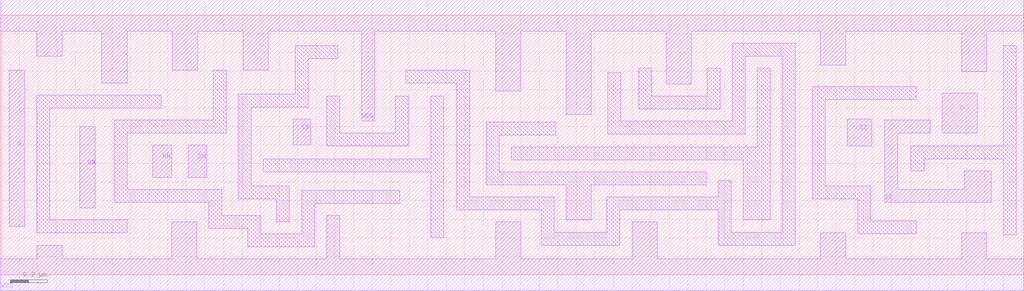
<source format=lef>
# 
# ******************************************************************************
# *                                                                            *
# *                   Copyright (C) 2004-2010, Nangate Inc.                    *
# *                           All rights reserved.                             *
# *                                                                            *
# * Nangate and the Nangate logo are trademarks of Nangate Inc.                *
# *                                                                            *
# * All trademarks, logos, software marks, and trade names (collectively the   *
# * "Marks") in this program are proprietary to Nangate or other respective    *
# * owners that have granted Nangate the right and license to use such Marks.  *
# * You are not permitted to use the Marks without the prior written consent   *
# * of Nangate or such third party that may own the Marks.                     *
# *                                                                            *
# * This file has been provided pursuant to a License Agreement containing     *
# * restrictions on its use. This file contains valuable trade secrets and     *
# * proprietary information of Nangate Inc., and is protected by U.S. and      *
# * international laws and/or treaties.                                        *
# *                                                                            *
# * The copyright notice(s) in this file does not indicate actual or intended  *
# * publication of this file.                                                  *
# *                                                                            *
# *     NGLibraryCreator, v2010.08-HR32-SP3-2010-08-05 - build 1009061800      *
# *                                                                            *
# ******************************************************************************
# 
# 
# Running on brazil06.nangate.com.br for user Giancarlo Franciscatto (gfr).
# Local time is now Fri, 3 Dec 2010, 19:32:18.
# Main process id is 27821.

VERSION 5.6 ;
BUSBITCHARS "[]" ;
DIVIDERCHAR "/" ;

MACRO SDFFRS_X1
  CLASS core ;
  FOREIGN SDFFRS_X1 0.0 0.0 ;
  ORIGIN 0 0 ;
  SYMMETRY X Y ;
  SITE FreePDK45_38x28_10R_NP_162NW_34O ;
  SIZE 5.51 BY 1.4 ;
  PIN D
    DIRECTION INPUT ;
    ANTENNAPARTIALMETALAREA 0.04085 LAYER metal1 ;
    ANTENNAPARTIALMETALSIDEAREA 0.1053 LAYER metal1 ;
    ANTENNAGATEAREA 0.03475 ;
    PORT
      LAYER metal1 ;
        POLYGON 5.07 0.765 5.26 0.765 5.26 0.98 5.07 0.98  ;
    END
  END D
  PIN RN
    DIRECTION INPUT ;
    ANTENNAPARTIALMETALAREA 0.0175 LAYER metal1 ;
    ANTENNAPARTIALMETALSIDEAREA 0.0715 LAYER metal1 ;
    ANTENNAGATEAREA 0.0615 ;
    PORT
      LAYER metal1 ;
        POLYGON 0.82 0.525 0.92 0.525 0.92 0.7 0.82 0.7  ;
    END
  END RN
  PIN SE
    DIRECTION INPUT ;
    ANTENNAPARTIALMETALAREA 0.09325 LAYER metal1 ;
    ANTENNAPARTIALMETALSIDEAREA 0.3367 LAYER metal1 ;
    ANTENNAGATEAREA 0.05775 ;
    PORT
      LAYER metal1 ;
        POLYGON 4.76 0.39 5.335 0.39 5.335 0.56 5.19 0.56 5.19 0.46 4.83 0.46 4.83 0.765 5.005 0.765 5.005 0.835 4.76 0.835  ;
    END
  END SE
  PIN SI
    DIRECTION INPUT ;
    ANTENNAPARTIALMETALAREA 0.01885 LAYER metal1 ;
    ANTENNAPARTIALMETALSIDEAREA 0.0715 LAYER metal1 ;
    ANTENNAGATEAREA 0.02625 ;
    PORT
      LAYER metal1 ;
        POLYGON 4.56 0.695 4.69 0.695 4.69 0.84 4.56 0.84  ;
    END
  END SI
  PIN SN
    DIRECTION INPUT ;
    ANTENNAPARTIALMETALAREA 0.0175 LAYER metal1 ;
    ANTENNAPARTIALMETALSIDEAREA 0.0715 LAYER metal1 ;
    ANTENNAGATEAREA 0.03525 ;
    PORT
      LAYER metal1 ;
        POLYGON 1.01 0.525 1.11 0.525 1.11 0.7 1.01 0.7  ;
    END
  END SN
  PIN CK
    DIRECTION INPUT ;
    ANTENNAPARTIALMETALAREA 0.0133 LAYER metal1 ;
    ANTENNAPARTIALMETALSIDEAREA 0.0611 LAYER metal1 ;
    ANTENNAGATEAREA 0.02625 ;
    PORT
      LAYER metal1 ;
        POLYGON 1.575 0.7 1.67 0.7 1.67 0.84 1.575 0.84  ;
    END
  END CK
  PIN Q
    DIRECTION OUTPUT ;
    ANTENNAPARTIALMETALAREA 0.071825 LAYER metal1 ;
    ANTENNAPARTIALMETALSIDEAREA 0.2418 LAYER metal1 ;
    ANTENNADIFFAREA 0.109725 ;
    PORT
      LAYER metal1 ;
        POLYGON 0.045 0.26 0.13 0.26 0.13 1.105 0.045 1.105  ;
    END
  END Q
  PIN QN
    DIRECTION OUTPUT ;
    ANTENNAPARTIALMETALAREA 0.0374 LAYER metal1 ;
    ANTENNAPARTIALMETALSIDEAREA 0.1365 LAYER metal1 ;
    ANTENNADIFFAREA 0.109725 ;
    PORT
      LAYER metal1 ;
        POLYGON 0.425 0.36 0.51 0.36 0.51 0.8 0.425 0.8  ;
    END
  END QN
  PIN VDD
    DIRECTION INOUT ;
    USE power ;
    SHAPE ABUTMENT ;
    PORT
      LAYER metal1 ;
        POLYGON 0 1.315 0.195 1.315 0.195 1.18 0.33 1.18 0.33 1.315 0.545 1.315 0.545 1.035 0.68 1.035 0.68 1.315 0.865 1.315 0.925 1.315 0.925 1.105 1.06 1.105 1.06 1.315 1.305 1.315 1.305 1.105 1.44 1.105 1.44 1.315 1.815 1.315 1.945 1.315 1.945 0.83 2.015 0.83 2.015 1.315 2.665 1.315 2.665 0.99 2.8 0.99 2.8 1.315 3.045 1.315 3.045 0.865 3.18 0.865 3.18 1.315 3.585 1.315 3.585 1.03 3.72 1.03 3.72 1.315 3.875 1.315 4.28 1.315 4.415 1.315 4.415 1.13 4.55 1.13 4.55 1.315 4.93 1.315 5.175 1.315 5.175 1.095 5.31 1.095 5.31 1.315 5.47 1.315 5.51 1.315 5.51 1.485 5.47 1.485 4.93 1.485 4.28 1.485 3.875 1.485 1.815 1.485 0.865 1.485 0 1.485  ;
    END
  END VDD
  PIN VSS
    DIRECTION INOUT ;
    USE ground ;
    SHAPE ABUTMENT ;
    PORT
      LAYER metal1 ;
        POLYGON 0 -0.085 5.51 -0.085 5.51 0.085 5.31 0.085 5.31 0.225 5.175 0.225 5.175 0.085 4.55 0.085 4.55 0.225 4.415 0.225 4.415 0.085 3.535 0.085 3.535 0.285 3.4 0.285 3.4 0.085 2.8 0.085 2.8 0.285 2.665 0.285 2.665 0.085 1.825 0.085 1.825 0.32 1.755 0.32 1.755 0.085 1.055 0.085 1.055 0.285 0.92 0.285 0.92 0.085 0.33 0.085 0.33 0.16 0.195 0.16 0.195 0.085 0 0.085  ;
    END
  END VSS
  OBS
      LAYER metal1 ;
        POLYGON 0.265 0.9 0.865 0.9 0.865 0.97 0.195 0.97 0.195 0.225 0.68 0.225 0.68 0.295 0.265 0.295  ;
        POLYGON 1.35 0.905 1.655 0.905 1.655 1.165 1.815 1.165 1.815 1.235 1.585 1.235 1.585 0.975 1.28 0.975 1.28 0.41 1.485 0.41 1.485 0.285 1.555 0.285 1.555 0.48 1.35 0.48  ;
        POLYGON 0.61 0.39 1.12 0.39 1.12 0.25 1.33 0.25 1.33 0.15 1.69 0.15 1.69 0.385 2.15 0.385 2.15 0.455 1.62 0.455 1.62 0.22 1.4 0.22 1.4 0.32 1.19 0.32 1.19 0.46 0.68 0.46 0.68 0.765 1.215 0.765 1.215 1.105 1.145 1.105 1.145 0.835 0.61 0.835  ;
        POLYGON 1.755 0.695 2.195 0.695 2.195 0.965 2.125 0.965 2.125 0.765 1.825 0.765 1.825 0.965 1.755 0.965  ;
        POLYGON 1.415 0.555 2.315 0.555 2.315 0.2 2.385 0.2 2.385 0.965 2.315 0.965 2.315 0.625 1.415 0.625  ;
        POLYGON 2.615 0.485 3.045 0.485 3.045 0.295 3.18 0.295 3.18 0.485 3.8 0.485 3.8 0.555 2.685 0.555 2.685 0.755 2.99 0.755 2.99 0.825 2.615 0.825  ;
        POLYGON 3.435 0.895 3.875 0.895 3.875 1.115 3.805 1.115 3.805 0.965 3.505 0.965 3.505 1.115 3.435 1.115  ;
        POLYGON 2.75 0.62 4 0.62 4 0.295 4.145 0.295 4.145 1.115 4.075 1.115 4.075 0.69 2.75 0.69  ;
        POLYGON 3.27 0.76 4.01 0.76 4.01 1.18 4.21 1.18 4.21 0.23 3.935 0.23 3.935 0.51 3.865 0.51 3.865 0.42 3.265 0.42 3.265 0.23 2.98 0.23 2.98 0.42 2.525 0.42 2.525 1.105 2.18 1.105 2.18 1.035 2.455 1.035 2.455 0.35 2.91 0.35 2.91 0.16 3.335 0.16 3.335 0.35 3.865 0.35 3.865 0.16 4.28 0.16 4.28 1.25 3.94 1.25 3.94 0.83 3.34 0.83 3.34 1.09 3.27 1.09  ;
        POLYGON 4.44 0.945 4.93 0.945 4.93 1.015 4.37 1.015 4.37 0.41 4.615 0.41 4.615 0.22 4.93 0.22 4.93 0.29 4.685 0.29 4.685 0.48 4.44 0.48  ;
        POLYGON 4.9 0.56 4.975 0.56 4.975 0.625 5.4 0.625 5.4 0.215 5.47 0.215 5.47 1.235 5.4 1.235 5.4 0.695 4.9 0.695  ;
  END
END SDFFRS_X1

END LIBRARY
#
# End of file
#

</source>
